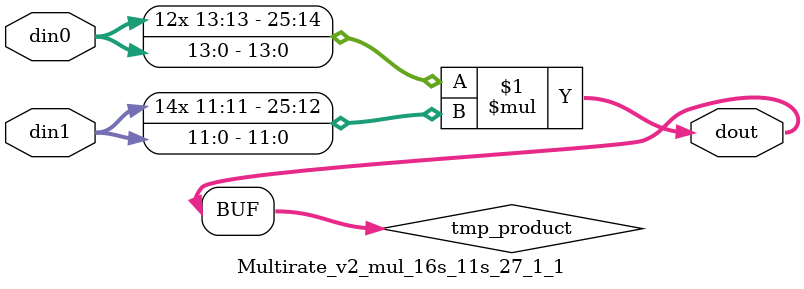
<source format=v>

`timescale 1 ns / 1 ps

 module Multirate_v2_mul_16s_11s_27_1_1(din0, din1, dout);
parameter ID = 1;
parameter NUM_STAGE = 0;
parameter din0_WIDTH = 14;
parameter din1_WIDTH = 12;
parameter dout_WIDTH = 26;

input [din0_WIDTH - 1 : 0] din0; 
input [din1_WIDTH - 1 : 0] din1; 
output [dout_WIDTH - 1 : 0] dout;

wire signed [dout_WIDTH - 1 : 0] tmp_product;



























assign tmp_product = $signed(din0) * $signed(din1);








assign dout = tmp_product;





















endmodule

</source>
